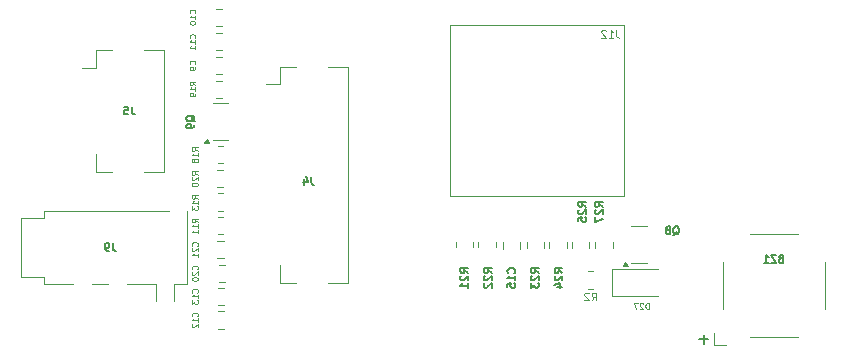
<source format=gbr>
%TF.GenerationSoftware,KiCad,Pcbnew,8.0.7-8.0.7-0~ubuntu22.04.1*%
%TF.CreationDate,2024-12-28T00:37:12+00:00*%
%TF.ProjectId,numcalcium,6e756d63-616c-4636-9975-6d2e6b696361,rev?*%
%TF.SameCoordinates,Original*%
%TF.FileFunction,Legend,Bot*%
%TF.FilePolarity,Positive*%
%FSLAX46Y46*%
G04 Gerber Fmt 4.6, Leading zero omitted, Abs format (unit mm)*
G04 Created by KiCad (PCBNEW 8.0.7-8.0.7-0~ubuntu22.04.1) date 2024-12-28 00:37:12*
%MOMM*%
%LPD*%
G01*
G04 APERTURE LIST*
%ADD10C,0.125000*%
%ADD11C,0.150000*%
%ADD12C,0.100000*%
%ADD13C,0.120000*%
G04 APERTURE END LIST*
D10*
X15992582Y28962429D02*
X16016392Y28986238D01*
X16016392Y28986238D02*
X16040201Y29057667D01*
X16040201Y29057667D02*
X16040201Y29105286D01*
X16040201Y29105286D02*
X16016392Y29176714D01*
X16016392Y29176714D02*
X15968772Y29224333D01*
X15968772Y29224333D02*
X15921153Y29248143D01*
X15921153Y29248143D02*
X15825915Y29271952D01*
X15825915Y29271952D02*
X15754487Y29271952D01*
X15754487Y29271952D02*
X15659249Y29248143D01*
X15659249Y29248143D02*
X15611630Y29224333D01*
X15611630Y29224333D02*
X15564011Y29176714D01*
X15564011Y29176714D02*
X15540201Y29105286D01*
X15540201Y29105286D02*
X15540201Y29057667D01*
X15540201Y29057667D02*
X15564011Y28986238D01*
X15564011Y28986238D02*
X15587820Y28962429D01*
X16040201Y28486238D02*
X16040201Y28771952D01*
X16040201Y28629095D02*
X15540201Y28629095D01*
X15540201Y28629095D02*
X15611630Y28676714D01*
X15611630Y28676714D02*
X15659249Y28724333D01*
X15659249Y28724333D02*
X15683058Y28771952D01*
X16040201Y28010048D02*
X16040201Y28295762D01*
X16040201Y28152905D02*
X15540201Y28152905D01*
X15540201Y28152905D02*
X15611630Y28200524D01*
X15611630Y28200524D02*
X15659249Y28248143D01*
X15659249Y28248143D02*
X15683058Y28295762D01*
X16240201Y15362429D02*
X16002106Y15529095D01*
X16240201Y15648143D02*
X15740201Y15648143D01*
X15740201Y15648143D02*
X15740201Y15457667D01*
X15740201Y15457667D02*
X15764011Y15410048D01*
X15764011Y15410048D02*
X15787820Y15386238D01*
X15787820Y15386238D02*
X15835439Y15362429D01*
X15835439Y15362429D02*
X15906868Y15362429D01*
X15906868Y15362429D02*
X15954487Y15386238D01*
X15954487Y15386238D02*
X15978296Y15410048D01*
X15978296Y15410048D02*
X16002106Y15457667D01*
X16002106Y15457667D02*
X16002106Y15648143D01*
X16240201Y14886238D02*
X16240201Y15171952D01*
X16240201Y15029095D02*
X15740201Y15029095D01*
X15740201Y15029095D02*
X15811630Y15076714D01*
X15811630Y15076714D02*
X15859249Y15124333D01*
X15859249Y15124333D02*
X15883058Y15171952D01*
X15740201Y14719572D02*
X15740201Y14410048D01*
X15740201Y14410048D02*
X15930677Y14576715D01*
X15930677Y14576715D02*
X15930677Y14505286D01*
X15930677Y14505286D02*
X15954487Y14457667D01*
X15954487Y14457667D02*
X15978296Y14433858D01*
X15978296Y14433858D02*
X16025915Y14410048D01*
X16025915Y14410048D02*
X16144963Y14410048D01*
X16144963Y14410048D02*
X16192582Y14433858D01*
X16192582Y14433858D02*
X16216392Y14457667D01*
X16216392Y14457667D02*
X16240201Y14505286D01*
X16240201Y14505286D02*
X16240201Y14648143D01*
X16240201Y14648143D02*
X16216392Y14695762D01*
X16216392Y14695762D02*
X16192582Y14719572D01*
D11*
X39112920Y9065286D02*
X38798634Y9285286D01*
X39112920Y9442429D02*
X38452920Y9442429D01*
X38452920Y9442429D02*
X38452920Y9191000D01*
X38452920Y9191000D02*
X38484349Y9128143D01*
X38484349Y9128143D02*
X38515777Y9096714D01*
X38515777Y9096714D02*
X38578634Y9065286D01*
X38578634Y9065286D02*
X38672920Y9065286D01*
X38672920Y9065286D02*
X38735777Y9096714D01*
X38735777Y9096714D02*
X38767206Y9128143D01*
X38767206Y9128143D02*
X38798634Y9191000D01*
X38798634Y9191000D02*
X38798634Y9442429D01*
X38515777Y8813857D02*
X38484349Y8782429D01*
X38484349Y8782429D02*
X38452920Y8719572D01*
X38452920Y8719572D02*
X38452920Y8562429D01*
X38452920Y8562429D02*
X38484349Y8499572D01*
X38484349Y8499572D02*
X38515777Y8468143D01*
X38515777Y8468143D02*
X38578634Y8436714D01*
X38578634Y8436714D02*
X38641492Y8436714D01*
X38641492Y8436714D02*
X38735777Y8468143D01*
X38735777Y8468143D02*
X39112920Y8845286D01*
X39112920Y8845286D02*
X39112920Y8436714D01*
X39112920Y7808143D02*
X39112920Y8185286D01*
X39112920Y7996715D02*
X38452920Y7996715D01*
X38452920Y7996715D02*
X38547206Y8059572D01*
X38547206Y8059572D02*
X38610063Y8122429D01*
X38610063Y8122429D02*
X38641492Y8185286D01*
X56478249Y12280615D02*
X56541106Y12312043D01*
X56541106Y12312043D02*
X56603963Y12374901D01*
X56603963Y12374901D02*
X56698249Y12469186D01*
X56698249Y12469186D02*
X56761106Y12500615D01*
X56761106Y12500615D02*
X56823963Y12500615D01*
X56792534Y12343472D02*
X56855392Y12374901D01*
X56855392Y12374901D02*
X56918249Y12437758D01*
X56918249Y12437758D02*
X56949677Y12563472D01*
X56949677Y12563472D02*
X56949677Y12783472D01*
X56949677Y12783472D02*
X56918249Y12909186D01*
X56918249Y12909186D02*
X56855392Y12972043D01*
X56855392Y12972043D02*
X56792534Y13003472D01*
X56792534Y13003472D02*
X56666820Y13003472D01*
X56666820Y13003472D02*
X56603963Y12972043D01*
X56603963Y12972043D02*
X56541106Y12909186D01*
X56541106Y12909186D02*
X56509677Y12783472D01*
X56509677Y12783472D02*
X56509677Y12563472D01*
X56509677Y12563472D02*
X56541106Y12437758D01*
X56541106Y12437758D02*
X56603963Y12374901D01*
X56603963Y12374901D02*
X56666820Y12343472D01*
X56666820Y12343472D02*
X56792534Y12343472D01*
X56132534Y12720615D02*
X56195391Y12752043D01*
X56195391Y12752043D02*
X56226820Y12783472D01*
X56226820Y12783472D02*
X56258248Y12846329D01*
X56258248Y12846329D02*
X56258248Y12877758D01*
X56258248Y12877758D02*
X56226820Y12940615D01*
X56226820Y12940615D02*
X56195391Y12972043D01*
X56195391Y12972043D02*
X56132534Y13003472D01*
X56132534Y13003472D02*
X56006820Y13003472D01*
X56006820Y13003472D02*
X55943963Y12972043D01*
X55943963Y12972043D02*
X55912534Y12940615D01*
X55912534Y12940615D02*
X55881105Y12877758D01*
X55881105Y12877758D02*
X55881105Y12846329D01*
X55881105Y12846329D02*
X55912534Y12783472D01*
X55912534Y12783472D02*
X55943963Y12752043D01*
X55943963Y12752043D02*
X56006820Y12720615D01*
X56006820Y12720615D02*
X56132534Y12720615D01*
X56132534Y12720615D02*
X56195391Y12689186D01*
X56195391Y12689186D02*
X56226820Y12657758D01*
X56226820Y12657758D02*
X56258248Y12594901D01*
X56258248Y12594901D02*
X56258248Y12469186D01*
X56258248Y12469186D02*
X56226820Y12406329D01*
X56226820Y12406329D02*
X56195391Y12374901D01*
X56195391Y12374901D02*
X56132534Y12343472D01*
X56132534Y12343472D02*
X56006820Y12343472D01*
X56006820Y12343472D02*
X55943963Y12374901D01*
X55943963Y12374901D02*
X55912534Y12406329D01*
X55912534Y12406329D02*
X55881105Y12469186D01*
X55881105Y12469186D02*
X55881105Y12594901D01*
X55881105Y12594901D02*
X55912534Y12657758D01*
X55912534Y12657758D02*
X55943963Y12689186D01*
X55943963Y12689186D02*
X56006820Y12720615D01*
X10635391Y23153472D02*
X10635391Y22682043D01*
X10635391Y22682043D02*
X10666820Y22587758D01*
X10666820Y22587758D02*
X10729677Y22524901D01*
X10729677Y22524901D02*
X10823963Y22493472D01*
X10823963Y22493472D02*
X10886820Y22493472D01*
X10006820Y23153472D02*
X10321106Y23153472D01*
X10321106Y23153472D02*
X10352534Y22839186D01*
X10352534Y22839186D02*
X10321106Y22870615D01*
X10321106Y22870615D02*
X10258249Y22902043D01*
X10258249Y22902043D02*
X10101106Y22902043D01*
X10101106Y22902043D02*
X10038249Y22870615D01*
X10038249Y22870615D02*
X10006820Y22839186D01*
X10006820Y22839186D02*
X9975391Y22776329D01*
X9975391Y22776329D02*
X9975391Y22619186D01*
X9975391Y22619186D02*
X10006820Y22556329D01*
X10006820Y22556329D02*
X10038249Y22524901D01*
X10038249Y22524901D02*
X10101106Y22493472D01*
X10101106Y22493472D02*
X10258249Y22493472D01*
X10258249Y22493472D02*
X10321106Y22524901D01*
X10321106Y22524901D02*
X10352534Y22556329D01*
X41112920Y9065286D02*
X40798634Y9285286D01*
X41112920Y9442429D02*
X40452920Y9442429D01*
X40452920Y9442429D02*
X40452920Y9191000D01*
X40452920Y9191000D02*
X40484349Y9128143D01*
X40484349Y9128143D02*
X40515777Y9096714D01*
X40515777Y9096714D02*
X40578634Y9065286D01*
X40578634Y9065286D02*
X40672920Y9065286D01*
X40672920Y9065286D02*
X40735777Y9096714D01*
X40735777Y9096714D02*
X40767206Y9128143D01*
X40767206Y9128143D02*
X40798634Y9191000D01*
X40798634Y9191000D02*
X40798634Y9442429D01*
X40515777Y8813857D02*
X40484349Y8782429D01*
X40484349Y8782429D02*
X40452920Y8719572D01*
X40452920Y8719572D02*
X40452920Y8562429D01*
X40452920Y8562429D02*
X40484349Y8499572D01*
X40484349Y8499572D02*
X40515777Y8468143D01*
X40515777Y8468143D02*
X40578634Y8436714D01*
X40578634Y8436714D02*
X40641492Y8436714D01*
X40641492Y8436714D02*
X40735777Y8468143D01*
X40735777Y8468143D02*
X41112920Y8845286D01*
X41112920Y8845286D02*
X41112920Y8436714D01*
X40515777Y8185286D02*
X40484349Y8153858D01*
X40484349Y8153858D02*
X40452920Y8091001D01*
X40452920Y8091001D02*
X40452920Y7933858D01*
X40452920Y7933858D02*
X40484349Y7871001D01*
X40484349Y7871001D02*
X40515777Y7839572D01*
X40515777Y7839572D02*
X40578634Y7808143D01*
X40578634Y7808143D02*
X40641492Y7808143D01*
X40641492Y7808143D02*
X40735777Y7839572D01*
X40735777Y7839572D02*
X41112920Y8216715D01*
X41112920Y8216715D02*
X41112920Y7808143D01*
X25835391Y17203472D02*
X25835391Y16732043D01*
X25835391Y16732043D02*
X25866820Y16637758D01*
X25866820Y16637758D02*
X25929677Y16574901D01*
X25929677Y16574901D02*
X26023963Y16543472D01*
X26023963Y16543472D02*
X26086820Y16543472D01*
X25238249Y16983472D02*
X25238249Y16543472D01*
X25395391Y17234901D02*
X25552534Y16763472D01*
X25552534Y16763472D02*
X25143963Y16763472D01*
X45112920Y9065286D02*
X44798634Y9285286D01*
X45112920Y9442429D02*
X44452920Y9442429D01*
X44452920Y9442429D02*
X44452920Y9191000D01*
X44452920Y9191000D02*
X44484349Y9128143D01*
X44484349Y9128143D02*
X44515777Y9096714D01*
X44515777Y9096714D02*
X44578634Y9065286D01*
X44578634Y9065286D02*
X44672920Y9065286D01*
X44672920Y9065286D02*
X44735777Y9096714D01*
X44735777Y9096714D02*
X44767206Y9128143D01*
X44767206Y9128143D02*
X44798634Y9191000D01*
X44798634Y9191000D02*
X44798634Y9442429D01*
X44515777Y8813857D02*
X44484349Y8782429D01*
X44484349Y8782429D02*
X44452920Y8719572D01*
X44452920Y8719572D02*
X44452920Y8562429D01*
X44452920Y8562429D02*
X44484349Y8499572D01*
X44484349Y8499572D02*
X44515777Y8468143D01*
X44515777Y8468143D02*
X44578634Y8436714D01*
X44578634Y8436714D02*
X44641492Y8436714D01*
X44641492Y8436714D02*
X44735777Y8468143D01*
X44735777Y8468143D02*
X45112920Y8845286D01*
X45112920Y8845286D02*
X45112920Y8436714D01*
X44452920Y8216715D02*
X44452920Y7808143D01*
X44452920Y7808143D02*
X44704349Y8028143D01*
X44704349Y8028143D02*
X44704349Y7933858D01*
X44704349Y7933858D02*
X44735777Y7871001D01*
X44735777Y7871001D02*
X44767206Y7839572D01*
X44767206Y7839572D02*
X44830063Y7808143D01*
X44830063Y7808143D02*
X44987206Y7808143D01*
X44987206Y7808143D02*
X45050063Y7839572D01*
X45050063Y7839572D02*
X45081492Y7871001D01*
X45081492Y7871001D02*
X45112920Y7933858D01*
X45112920Y7933858D02*
X45112920Y8122429D01*
X45112920Y8122429D02*
X45081492Y8185286D01*
X45081492Y8185286D02*
X45050063Y8216715D01*
X50512920Y14665286D02*
X50198634Y14885286D01*
X50512920Y15042429D02*
X49852920Y15042429D01*
X49852920Y15042429D02*
X49852920Y14791000D01*
X49852920Y14791000D02*
X49884349Y14728143D01*
X49884349Y14728143D02*
X49915777Y14696714D01*
X49915777Y14696714D02*
X49978634Y14665286D01*
X49978634Y14665286D02*
X50072920Y14665286D01*
X50072920Y14665286D02*
X50135777Y14696714D01*
X50135777Y14696714D02*
X50167206Y14728143D01*
X50167206Y14728143D02*
X50198634Y14791000D01*
X50198634Y14791000D02*
X50198634Y15042429D01*
X49915777Y14413857D02*
X49884349Y14382429D01*
X49884349Y14382429D02*
X49852920Y14319572D01*
X49852920Y14319572D02*
X49852920Y14162429D01*
X49852920Y14162429D02*
X49884349Y14099572D01*
X49884349Y14099572D02*
X49915777Y14068143D01*
X49915777Y14068143D02*
X49978634Y14036714D01*
X49978634Y14036714D02*
X50041492Y14036714D01*
X50041492Y14036714D02*
X50135777Y14068143D01*
X50135777Y14068143D02*
X50512920Y14445286D01*
X50512920Y14445286D02*
X50512920Y14036714D01*
X49852920Y13816715D02*
X49852920Y13376715D01*
X49852920Y13376715D02*
X50512920Y13659572D01*
D10*
X16240201Y17373229D02*
X16002106Y17539895D01*
X16240201Y17658943D02*
X15740201Y17658943D01*
X15740201Y17658943D02*
X15740201Y17468467D01*
X15740201Y17468467D02*
X15764011Y17420848D01*
X15764011Y17420848D02*
X15787820Y17397038D01*
X15787820Y17397038D02*
X15835439Y17373229D01*
X15835439Y17373229D02*
X15906868Y17373229D01*
X15906868Y17373229D02*
X15954487Y17397038D01*
X15954487Y17397038D02*
X15978296Y17420848D01*
X15978296Y17420848D02*
X16002106Y17468467D01*
X16002106Y17468467D02*
X16002106Y17658943D01*
X15787820Y17182752D02*
X15764011Y17158943D01*
X15764011Y17158943D02*
X15740201Y17111324D01*
X15740201Y17111324D02*
X15740201Y16992276D01*
X15740201Y16992276D02*
X15764011Y16944657D01*
X15764011Y16944657D02*
X15787820Y16920848D01*
X15787820Y16920848D02*
X15835439Y16897038D01*
X15835439Y16897038D02*
X15883058Y16897038D01*
X15883058Y16897038D02*
X15954487Y16920848D01*
X15954487Y16920848D02*
X16240201Y17206562D01*
X16240201Y17206562D02*
X16240201Y16897038D01*
X15740201Y16587515D02*
X15740201Y16539896D01*
X15740201Y16539896D02*
X15764011Y16492277D01*
X15764011Y16492277D02*
X15787820Y16468467D01*
X15787820Y16468467D02*
X15835439Y16444658D01*
X15835439Y16444658D02*
X15930677Y16420848D01*
X15930677Y16420848D02*
X16049725Y16420848D01*
X16049725Y16420848D02*
X16144963Y16444658D01*
X16144963Y16444658D02*
X16192582Y16468467D01*
X16192582Y16468467D02*
X16216392Y16492277D01*
X16216392Y16492277D02*
X16240201Y16539896D01*
X16240201Y16539896D02*
X16240201Y16587515D01*
X16240201Y16587515D02*
X16216392Y16635134D01*
X16216392Y16635134D02*
X16192582Y16658943D01*
X16192582Y16658943D02*
X16144963Y16682753D01*
X16144963Y16682753D02*
X16049725Y16706562D01*
X16049725Y16706562D02*
X15930677Y16706562D01*
X15930677Y16706562D02*
X15835439Y16682753D01*
X15835439Y16682753D02*
X15787820Y16658943D01*
X15787820Y16658943D02*
X15764011Y16635134D01*
X15764011Y16635134D02*
X15740201Y16587515D01*
X16192582Y5405229D02*
X16216392Y5429038D01*
X16216392Y5429038D02*
X16240201Y5500467D01*
X16240201Y5500467D02*
X16240201Y5548086D01*
X16240201Y5548086D02*
X16216392Y5619514D01*
X16216392Y5619514D02*
X16168772Y5667133D01*
X16168772Y5667133D02*
X16121153Y5690943D01*
X16121153Y5690943D02*
X16025915Y5714752D01*
X16025915Y5714752D02*
X15954487Y5714752D01*
X15954487Y5714752D02*
X15859249Y5690943D01*
X15859249Y5690943D02*
X15811630Y5667133D01*
X15811630Y5667133D02*
X15764011Y5619514D01*
X15764011Y5619514D02*
X15740201Y5548086D01*
X15740201Y5548086D02*
X15740201Y5500467D01*
X15740201Y5500467D02*
X15764011Y5429038D01*
X15764011Y5429038D02*
X15787820Y5405229D01*
X16240201Y4929038D02*
X16240201Y5214752D01*
X16240201Y5071895D02*
X15740201Y5071895D01*
X15740201Y5071895D02*
X15811630Y5119514D01*
X15811630Y5119514D02*
X15859249Y5167133D01*
X15859249Y5167133D02*
X15883058Y5214752D01*
X15787820Y4738562D02*
X15764011Y4714753D01*
X15764011Y4714753D02*
X15740201Y4667134D01*
X15740201Y4667134D02*
X15740201Y4548086D01*
X15740201Y4548086D02*
X15764011Y4500467D01*
X15764011Y4500467D02*
X15787820Y4476658D01*
X15787820Y4476658D02*
X15835439Y4452848D01*
X15835439Y4452848D02*
X15883058Y4452848D01*
X15883058Y4452848D02*
X15954487Y4476658D01*
X15954487Y4476658D02*
X16240201Y4762372D01*
X16240201Y4762372D02*
X16240201Y4452848D01*
X16240201Y13362429D02*
X16002106Y13529095D01*
X16240201Y13648143D02*
X15740201Y13648143D01*
X15740201Y13648143D02*
X15740201Y13457667D01*
X15740201Y13457667D02*
X15764011Y13410048D01*
X15764011Y13410048D02*
X15787820Y13386238D01*
X15787820Y13386238D02*
X15835439Y13362429D01*
X15835439Y13362429D02*
X15906868Y13362429D01*
X15906868Y13362429D02*
X15954487Y13386238D01*
X15954487Y13386238D02*
X15978296Y13410048D01*
X15978296Y13410048D02*
X16002106Y13457667D01*
X16002106Y13457667D02*
X16002106Y13648143D01*
X16240201Y12886238D02*
X16240201Y13171952D01*
X16240201Y13029095D02*
X15740201Y13029095D01*
X15740201Y13029095D02*
X15811630Y13076714D01*
X15811630Y13076714D02*
X15859249Y13124333D01*
X15859249Y13124333D02*
X15883058Y13171952D01*
X16240201Y12410048D02*
X16240201Y12695762D01*
X16240201Y12552905D02*
X15740201Y12552905D01*
X15740201Y12552905D02*
X15811630Y12600524D01*
X15811630Y12600524D02*
X15859249Y12648143D01*
X15859249Y12648143D02*
X15883058Y12695762D01*
D12*
X51684676Y29634672D02*
X51684676Y29163243D01*
X51684676Y29163243D02*
X51716105Y29068958D01*
X51716105Y29068958D02*
X51778962Y29006101D01*
X51778962Y29006101D02*
X51873248Y28974672D01*
X51873248Y28974672D02*
X51936105Y28974672D01*
X51024676Y28974672D02*
X51401819Y28974672D01*
X51213248Y28974672D02*
X51213248Y29634672D01*
X51213248Y29634672D02*
X51276105Y29540386D01*
X51276105Y29540386D02*
X51338962Y29477529D01*
X51338962Y29477529D02*
X51401819Y29446101D01*
X50773248Y29571815D02*
X50741820Y29603243D01*
X50741820Y29603243D02*
X50678963Y29634672D01*
X50678963Y29634672D02*
X50521820Y29634672D01*
X50521820Y29634672D02*
X50458963Y29603243D01*
X50458963Y29603243D02*
X50427534Y29571815D01*
X50427534Y29571815D02*
X50396105Y29508958D01*
X50396105Y29508958D02*
X50396105Y29446101D01*
X50396105Y29446101D02*
X50427534Y29351815D01*
X50427534Y29351815D02*
X50804677Y28974672D01*
X50804677Y28974672D02*
X50396105Y28974672D01*
D11*
X47112920Y9065286D02*
X46798634Y9285286D01*
X47112920Y9442429D02*
X46452920Y9442429D01*
X46452920Y9442429D02*
X46452920Y9191000D01*
X46452920Y9191000D02*
X46484349Y9128143D01*
X46484349Y9128143D02*
X46515777Y9096714D01*
X46515777Y9096714D02*
X46578634Y9065286D01*
X46578634Y9065286D02*
X46672920Y9065286D01*
X46672920Y9065286D02*
X46735777Y9096714D01*
X46735777Y9096714D02*
X46767206Y9128143D01*
X46767206Y9128143D02*
X46798634Y9191000D01*
X46798634Y9191000D02*
X46798634Y9442429D01*
X46515777Y8813857D02*
X46484349Y8782429D01*
X46484349Y8782429D02*
X46452920Y8719572D01*
X46452920Y8719572D02*
X46452920Y8562429D01*
X46452920Y8562429D02*
X46484349Y8499572D01*
X46484349Y8499572D02*
X46515777Y8468143D01*
X46515777Y8468143D02*
X46578634Y8436714D01*
X46578634Y8436714D02*
X46641492Y8436714D01*
X46641492Y8436714D02*
X46735777Y8468143D01*
X46735777Y8468143D02*
X47112920Y8845286D01*
X47112920Y8845286D02*
X47112920Y8436714D01*
X46672920Y7871001D02*
X47112920Y7871001D01*
X46421492Y8028143D02*
X46892920Y8185286D01*
X46892920Y8185286D02*
X46892920Y7776715D01*
D10*
X16040201Y24962429D02*
X15802106Y25129095D01*
X16040201Y25248143D02*
X15540201Y25248143D01*
X15540201Y25248143D02*
X15540201Y25057667D01*
X15540201Y25057667D02*
X15564011Y25010048D01*
X15564011Y25010048D02*
X15587820Y24986238D01*
X15587820Y24986238D02*
X15635439Y24962429D01*
X15635439Y24962429D02*
X15706868Y24962429D01*
X15706868Y24962429D02*
X15754487Y24986238D01*
X15754487Y24986238D02*
X15778296Y25010048D01*
X15778296Y25010048D02*
X15802106Y25057667D01*
X15802106Y25057667D02*
X15802106Y25248143D01*
X16040201Y24486238D02*
X16040201Y24771952D01*
X16040201Y24629095D02*
X15540201Y24629095D01*
X15540201Y24629095D02*
X15611630Y24676714D01*
X15611630Y24676714D02*
X15659249Y24724333D01*
X15659249Y24724333D02*
X15683058Y24771952D01*
X16040201Y24248143D02*
X16040201Y24152905D01*
X16040201Y24152905D02*
X16016392Y24105286D01*
X16016392Y24105286D02*
X15992582Y24081477D01*
X15992582Y24081477D02*
X15921153Y24033858D01*
X15921153Y24033858D02*
X15825915Y24010048D01*
X15825915Y24010048D02*
X15635439Y24010048D01*
X15635439Y24010048D02*
X15587820Y24033858D01*
X15587820Y24033858D02*
X15564011Y24057667D01*
X15564011Y24057667D02*
X15540201Y24105286D01*
X15540201Y24105286D02*
X15540201Y24200524D01*
X15540201Y24200524D02*
X15564011Y24248143D01*
X15564011Y24248143D02*
X15587820Y24271953D01*
X15587820Y24271953D02*
X15635439Y24295762D01*
X15635439Y24295762D02*
X15754487Y24295762D01*
X15754487Y24295762D02*
X15802106Y24271953D01*
X15802106Y24271953D02*
X15825915Y24248143D01*
X15825915Y24248143D02*
X15849725Y24200524D01*
X15849725Y24200524D02*
X15849725Y24105286D01*
X15849725Y24105286D02*
X15825915Y24057667D01*
X15825915Y24057667D02*
X15802106Y24033858D01*
X15802106Y24033858D02*
X15754487Y24010048D01*
X15992582Y26724334D02*
X16016392Y26748143D01*
X16016392Y26748143D02*
X16040201Y26819572D01*
X16040201Y26819572D02*
X16040201Y26867191D01*
X16040201Y26867191D02*
X16016392Y26938619D01*
X16016392Y26938619D02*
X15968772Y26986238D01*
X15968772Y26986238D02*
X15921153Y27010048D01*
X15921153Y27010048D02*
X15825915Y27033857D01*
X15825915Y27033857D02*
X15754487Y27033857D01*
X15754487Y27033857D02*
X15659249Y27010048D01*
X15659249Y27010048D02*
X15611630Y26986238D01*
X15611630Y26986238D02*
X15564011Y26938619D01*
X15564011Y26938619D02*
X15540201Y26867191D01*
X15540201Y26867191D02*
X15540201Y26819572D01*
X15540201Y26819572D02*
X15564011Y26748143D01*
X15564011Y26748143D02*
X15587820Y26724334D01*
X16040201Y26486238D02*
X16040201Y26391000D01*
X16040201Y26391000D02*
X16016392Y26343381D01*
X16016392Y26343381D02*
X15992582Y26319572D01*
X15992582Y26319572D02*
X15921153Y26271953D01*
X15921153Y26271953D02*
X15825915Y26248143D01*
X15825915Y26248143D02*
X15635439Y26248143D01*
X15635439Y26248143D02*
X15587820Y26271953D01*
X15587820Y26271953D02*
X15564011Y26295762D01*
X15564011Y26295762D02*
X15540201Y26343381D01*
X15540201Y26343381D02*
X15540201Y26438619D01*
X15540201Y26438619D02*
X15564011Y26486238D01*
X15564011Y26486238D02*
X15587820Y26510048D01*
X15587820Y26510048D02*
X15635439Y26533857D01*
X15635439Y26533857D02*
X15754487Y26533857D01*
X15754487Y26533857D02*
X15802106Y26510048D01*
X15802106Y26510048D02*
X15825915Y26486238D01*
X15825915Y26486238D02*
X15849725Y26438619D01*
X15849725Y26438619D02*
X15849725Y26343381D01*
X15849725Y26343381D02*
X15825915Y26295762D01*
X15825915Y26295762D02*
X15802106Y26271953D01*
X15802106Y26271953D02*
X15754487Y26248143D01*
D11*
X65596820Y10289186D02*
X65502534Y10257758D01*
X65502534Y10257758D02*
X65471105Y10226329D01*
X65471105Y10226329D02*
X65439677Y10163472D01*
X65439677Y10163472D02*
X65439677Y10069186D01*
X65439677Y10069186D02*
X65471105Y10006329D01*
X65471105Y10006329D02*
X65502534Y9974901D01*
X65502534Y9974901D02*
X65565391Y9943472D01*
X65565391Y9943472D02*
X65816820Y9943472D01*
X65816820Y9943472D02*
X65816820Y10603472D01*
X65816820Y10603472D02*
X65596820Y10603472D01*
X65596820Y10603472D02*
X65533963Y10572043D01*
X65533963Y10572043D02*
X65502534Y10540615D01*
X65502534Y10540615D02*
X65471105Y10477758D01*
X65471105Y10477758D02*
X65471105Y10414901D01*
X65471105Y10414901D02*
X65502534Y10352043D01*
X65502534Y10352043D02*
X65533963Y10320615D01*
X65533963Y10320615D02*
X65596820Y10289186D01*
X65596820Y10289186D02*
X65816820Y10289186D01*
X65219677Y10603472D02*
X64779677Y10603472D01*
X64779677Y10603472D02*
X65219677Y9943472D01*
X65219677Y9943472D02*
X64779677Y9943472D01*
X64182534Y9943472D02*
X64559677Y9943472D01*
X64371106Y9943472D02*
X64371106Y10603472D01*
X64371106Y10603472D02*
X64433963Y10509186D01*
X64433963Y10509186D02*
X64496820Y10446329D01*
X64496820Y10446329D02*
X64559677Y10414901D01*
X59068458Y3821952D02*
X59068458Y3060048D01*
X59449411Y3441000D02*
X58687506Y3441000D01*
X43050063Y9065286D02*
X43081492Y9096714D01*
X43081492Y9096714D02*
X43112920Y9191000D01*
X43112920Y9191000D02*
X43112920Y9253857D01*
X43112920Y9253857D02*
X43081492Y9348143D01*
X43081492Y9348143D02*
X43018634Y9411000D01*
X43018634Y9411000D02*
X42955777Y9442429D01*
X42955777Y9442429D02*
X42830063Y9473857D01*
X42830063Y9473857D02*
X42735777Y9473857D01*
X42735777Y9473857D02*
X42610063Y9442429D01*
X42610063Y9442429D02*
X42547206Y9411000D01*
X42547206Y9411000D02*
X42484349Y9348143D01*
X42484349Y9348143D02*
X42452920Y9253857D01*
X42452920Y9253857D02*
X42452920Y9191000D01*
X42452920Y9191000D02*
X42484349Y9096714D01*
X42484349Y9096714D02*
X42515777Y9065286D01*
X43112920Y8436714D02*
X43112920Y8813857D01*
X43112920Y8625286D02*
X42452920Y8625286D01*
X42452920Y8625286D02*
X42547206Y8688143D01*
X42547206Y8688143D02*
X42610063Y8751000D01*
X42610063Y8751000D02*
X42641492Y8813857D01*
X42452920Y7839572D02*
X42452920Y8153858D01*
X42452920Y8153858D02*
X42767206Y8185286D01*
X42767206Y8185286D02*
X42735777Y8153858D01*
X42735777Y8153858D02*
X42704349Y8091001D01*
X42704349Y8091001D02*
X42704349Y7933858D01*
X42704349Y7933858D02*
X42735777Y7871001D01*
X42735777Y7871001D02*
X42767206Y7839572D01*
X42767206Y7839572D02*
X42830063Y7808143D01*
X42830063Y7808143D02*
X42987206Y7808143D01*
X42987206Y7808143D02*
X43050063Y7839572D01*
X43050063Y7839572D02*
X43081492Y7871001D01*
X43081492Y7871001D02*
X43112920Y7933858D01*
X43112920Y7933858D02*
X43112920Y8091001D01*
X43112920Y8091001D02*
X43081492Y8153858D01*
X43081492Y8153858D02*
X43050063Y8185286D01*
D10*
X16192582Y11362429D02*
X16216392Y11386238D01*
X16216392Y11386238D02*
X16240201Y11457667D01*
X16240201Y11457667D02*
X16240201Y11505286D01*
X16240201Y11505286D02*
X16216392Y11576714D01*
X16216392Y11576714D02*
X16168772Y11624333D01*
X16168772Y11624333D02*
X16121153Y11648143D01*
X16121153Y11648143D02*
X16025915Y11671952D01*
X16025915Y11671952D02*
X15954487Y11671952D01*
X15954487Y11671952D02*
X15859249Y11648143D01*
X15859249Y11648143D02*
X15811630Y11624333D01*
X15811630Y11624333D02*
X15764011Y11576714D01*
X15764011Y11576714D02*
X15740201Y11505286D01*
X15740201Y11505286D02*
X15740201Y11457667D01*
X15740201Y11457667D02*
X15764011Y11386238D01*
X15764011Y11386238D02*
X15787820Y11362429D01*
X15787820Y11171952D02*
X15764011Y11148143D01*
X15764011Y11148143D02*
X15740201Y11100524D01*
X15740201Y11100524D02*
X15740201Y10981476D01*
X15740201Y10981476D02*
X15764011Y10933857D01*
X15764011Y10933857D02*
X15787820Y10910048D01*
X15787820Y10910048D02*
X15835439Y10886238D01*
X15835439Y10886238D02*
X15883058Y10886238D01*
X15883058Y10886238D02*
X15954487Y10910048D01*
X15954487Y10910048D02*
X16240201Y11195762D01*
X16240201Y11195762D02*
X16240201Y10886238D01*
X16240201Y10410048D02*
X16240201Y10695762D01*
X16240201Y10552905D02*
X15740201Y10552905D01*
X15740201Y10552905D02*
X15811630Y10600524D01*
X15811630Y10600524D02*
X15859249Y10648143D01*
X15859249Y10648143D02*
X15883058Y10695762D01*
X16192582Y9362429D02*
X16216392Y9386238D01*
X16216392Y9386238D02*
X16240201Y9457667D01*
X16240201Y9457667D02*
X16240201Y9505286D01*
X16240201Y9505286D02*
X16216392Y9576714D01*
X16216392Y9576714D02*
X16168772Y9624333D01*
X16168772Y9624333D02*
X16121153Y9648143D01*
X16121153Y9648143D02*
X16025915Y9671952D01*
X16025915Y9671952D02*
X15954487Y9671952D01*
X15954487Y9671952D02*
X15859249Y9648143D01*
X15859249Y9648143D02*
X15811630Y9624333D01*
X15811630Y9624333D02*
X15764011Y9576714D01*
X15764011Y9576714D02*
X15740201Y9505286D01*
X15740201Y9505286D02*
X15740201Y9457667D01*
X15740201Y9457667D02*
X15764011Y9386238D01*
X15764011Y9386238D02*
X15787820Y9362429D01*
X15787820Y9171952D02*
X15764011Y9148143D01*
X15764011Y9148143D02*
X15740201Y9100524D01*
X15740201Y9100524D02*
X15740201Y8981476D01*
X15740201Y8981476D02*
X15764011Y8933857D01*
X15764011Y8933857D02*
X15787820Y8910048D01*
X15787820Y8910048D02*
X15835439Y8886238D01*
X15835439Y8886238D02*
X15883058Y8886238D01*
X15883058Y8886238D02*
X15954487Y8910048D01*
X15954487Y8910048D02*
X16240201Y9195762D01*
X16240201Y9195762D02*
X16240201Y8886238D01*
X15740201Y8576715D02*
X15740201Y8529096D01*
X15740201Y8529096D02*
X15764011Y8481477D01*
X15764011Y8481477D02*
X15787820Y8457667D01*
X15787820Y8457667D02*
X15835439Y8433858D01*
X15835439Y8433858D02*
X15930677Y8410048D01*
X15930677Y8410048D02*
X16049725Y8410048D01*
X16049725Y8410048D02*
X16144963Y8433858D01*
X16144963Y8433858D02*
X16192582Y8457667D01*
X16192582Y8457667D02*
X16216392Y8481477D01*
X16216392Y8481477D02*
X16240201Y8529096D01*
X16240201Y8529096D02*
X16240201Y8576715D01*
X16240201Y8576715D02*
X16216392Y8624334D01*
X16216392Y8624334D02*
X16192582Y8648143D01*
X16192582Y8648143D02*
X16144963Y8671953D01*
X16144963Y8671953D02*
X16049725Y8695762D01*
X16049725Y8695762D02*
X15930677Y8695762D01*
X15930677Y8695762D02*
X15835439Y8671953D01*
X15835439Y8671953D02*
X15787820Y8648143D01*
X15787820Y8648143D02*
X15764011Y8624334D01*
X15764011Y8624334D02*
X15740201Y8576715D01*
D11*
X49112920Y14665286D02*
X48798634Y14885286D01*
X49112920Y15042429D02*
X48452920Y15042429D01*
X48452920Y15042429D02*
X48452920Y14791000D01*
X48452920Y14791000D02*
X48484349Y14728143D01*
X48484349Y14728143D02*
X48515777Y14696714D01*
X48515777Y14696714D02*
X48578634Y14665286D01*
X48578634Y14665286D02*
X48672920Y14665286D01*
X48672920Y14665286D02*
X48735777Y14696714D01*
X48735777Y14696714D02*
X48767206Y14728143D01*
X48767206Y14728143D02*
X48798634Y14791000D01*
X48798634Y14791000D02*
X48798634Y15042429D01*
X48515777Y14413857D02*
X48484349Y14382429D01*
X48484349Y14382429D02*
X48452920Y14319572D01*
X48452920Y14319572D02*
X48452920Y14162429D01*
X48452920Y14162429D02*
X48484349Y14099572D01*
X48484349Y14099572D02*
X48515777Y14068143D01*
X48515777Y14068143D02*
X48578634Y14036714D01*
X48578634Y14036714D02*
X48641492Y14036714D01*
X48641492Y14036714D02*
X48735777Y14068143D01*
X48735777Y14068143D02*
X49112920Y14445286D01*
X49112920Y14445286D02*
X49112920Y14036714D01*
X48452920Y13439572D02*
X48452920Y13753858D01*
X48452920Y13753858D02*
X48767206Y13785286D01*
X48767206Y13785286D02*
X48735777Y13753858D01*
X48735777Y13753858D02*
X48704349Y13691001D01*
X48704349Y13691001D02*
X48704349Y13533858D01*
X48704349Y13533858D02*
X48735777Y13471001D01*
X48735777Y13471001D02*
X48767206Y13439572D01*
X48767206Y13439572D02*
X48830063Y13408143D01*
X48830063Y13408143D02*
X48987206Y13408143D01*
X48987206Y13408143D02*
X49050063Y13439572D01*
X49050063Y13439572D02*
X49081492Y13471001D01*
X49081492Y13471001D02*
X49112920Y13533858D01*
X49112920Y13533858D02*
X49112920Y13691001D01*
X49112920Y13691001D02*
X49081492Y13753858D01*
X49081492Y13753858D02*
X49050063Y13785286D01*
D10*
X16240201Y19405229D02*
X16002106Y19571895D01*
X16240201Y19690943D02*
X15740201Y19690943D01*
X15740201Y19690943D02*
X15740201Y19500467D01*
X15740201Y19500467D02*
X15764011Y19452848D01*
X15764011Y19452848D02*
X15787820Y19429038D01*
X15787820Y19429038D02*
X15835439Y19405229D01*
X15835439Y19405229D02*
X15906868Y19405229D01*
X15906868Y19405229D02*
X15954487Y19429038D01*
X15954487Y19429038D02*
X15978296Y19452848D01*
X15978296Y19452848D02*
X16002106Y19500467D01*
X16002106Y19500467D02*
X16002106Y19690943D01*
X16240201Y18929038D02*
X16240201Y19214752D01*
X16240201Y19071895D02*
X15740201Y19071895D01*
X15740201Y19071895D02*
X15811630Y19119514D01*
X15811630Y19119514D02*
X15859249Y19167133D01*
X15859249Y19167133D02*
X15883058Y19214752D01*
X15954487Y18643324D02*
X15930677Y18690943D01*
X15930677Y18690943D02*
X15906868Y18714753D01*
X15906868Y18714753D02*
X15859249Y18738562D01*
X15859249Y18738562D02*
X15835439Y18738562D01*
X15835439Y18738562D02*
X15787820Y18714753D01*
X15787820Y18714753D02*
X15764011Y18690943D01*
X15764011Y18690943D02*
X15740201Y18643324D01*
X15740201Y18643324D02*
X15740201Y18548086D01*
X15740201Y18548086D02*
X15764011Y18500467D01*
X15764011Y18500467D02*
X15787820Y18476658D01*
X15787820Y18476658D02*
X15835439Y18452848D01*
X15835439Y18452848D02*
X15859249Y18452848D01*
X15859249Y18452848D02*
X15906868Y18476658D01*
X15906868Y18476658D02*
X15930677Y18500467D01*
X15930677Y18500467D02*
X15954487Y18548086D01*
X15954487Y18548086D02*
X15954487Y18643324D01*
X15954487Y18643324D02*
X15978296Y18690943D01*
X15978296Y18690943D02*
X16002106Y18714753D01*
X16002106Y18714753D02*
X16049725Y18738562D01*
X16049725Y18738562D02*
X16144963Y18738562D01*
X16144963Y18738562D02*
X16192582Y18714753D01*
X16192582Y18714753D02*
X16216392Y18690943D01*
X16216392Y18690943D02*
X16240201Y18643324D01*
X16240201Y18643324D02*
X16240201Y18548086D01*
X16240201Y18548086D02*
X16216392Y18500467D01*
X16216392Y18500467D02*
X16192582Y18476658D01*
X16192582Y18476658D02*
X16144963Y18452848D01*
X16144963Y18452848D02*
X16049725Y18452848D01*
X16049725Y18452848D02*
X16002106Y18476658D01*
X16002106Y18476658D02*
X15978296Y18500467D01*
X15978296Y18500467D02*
X15954487Y18548086D01*
X16192582Y7405229D02*
X16216392Y7429038D01*
X16216392Y7429038D02*
X16240201Y7500467D01*
X16240201Y7500467D02*
X16240201Y7548086D01*
X16240201Y7548086D02*
X16216392Y7619514D01*
X16216392Y7619514D02*
X16168772Y7667133D01*
X16168772Y7667133D02*
X16121153Y7690943D01*
X16121153Y7690943D02*
X16025915Y7714752D01*
X16025915Y7714752D02*
X15954487Y7714752D01*
X15954487Y7714752D02*
X15859249Y7690943D01*
X15859249Y7690943D02*
X15811630Y7667133D01*
X15811630Y7667133D02*
X15764011Y7619514D01*
X15764011Y7619514D02*
X15740201Y7548086D01*
X15740201Y7548086D02*
X15740201Y7500467D01*
X15740201Y7500467D02*
X15764011Y7429038D01*
X15764011Y7429038D02*
X15787820Y7405229D01*
X16240201Y6929038D02*
X16240201Y7214752D01*
X16240201Y7071895D02*
X15740201Y7071895D01*
X15740201Y7071895D02*
X15811630Y7119514D01*
X15811630Y7119514D02*
X15859249Y7167133D01*
X15859249Y7167133D02*
X15883058Y7214752D01*
X15740201Y6762372D02*
X15740201Y6452848D01*
X15740201Y6452848D02*
X15930677Y6619515D01*
X15930677Y6619515D02*
X15930677Y6548086D01*
X15930677Y6548086D02*
X15954487Y6500467D01*
X15954487Y6500467D02*
X15978296Y6476658D01*
X15978296Y6476658D02*
X16025915Y6452848D01*
X16025915Y6452848D02*
X16144963Y6452848D01*
X16144963Y6452848D02*
X16192582Y6476658D01*
X16192582Y6476658D02*
X16216392Y6500467D01*
X16216392Y6500467D02*
X16240201Y6548086D01*
X16240201Y6548086D02*
X16240201Y6690943D01*
X16240201Y6690943D02*
X16216392Y6738562D01*
X16216392Y6738562D02*
X16192582Y6762372D01*
X15992582Y31045229D02*
X16016392Y31069038D01*
X16016392Y31069038D02*
X16040201Y31140467D01*
X16040201Y31140467D02*
X16040201Y31188086D01*
X16040201Y31188086D02*
X16016392Y31259514D01*
X16016392Y31259514D02*
X15968772Y31307133D01*
X15968772Y31307133D02*
X15921153Y31330943D01*
X15921153Y31330943D02*
X15825915Y31354752D01*
X15825915Y31354752D02*
X15754487Y31354752D01*
X15754487Y31354752D02*
X15659249Y31330943D01*
X15659249Y31330943D02*
X15611630Y31307133D01*
X15611630Y31307133D02*
X15564011Y31259514D01*
X15564011Y31259514D02*
X15540201Y31188086D01*
X15540201Y31188086D02*
X15540201Y31140467D01*
X15540201Y31140467D02*
X15564011Y31069038D01*
X15564011Y31069038D02*
X15587820Y31045229D01*
X16040201Y30569038D02*
X16040201Y30854752D01*
X16040201Y30711895D02*
X15540201Y30711895D01*
X15540201Y30711895D02*
X15611630Y30759514D01*
X15611630Y30759514D02*
X15659249Y30807133D01*
X15659249Y30807133D02*
X15683058Y30854752D01*
X15540201Y30259515D02*
X15540201Y30211896D01*
X15540201Y30211896D02*
X15564011Y30164277D01*
X15564011Y30164277D02*
X15587820Y30140467D01*
X15587820Y30140467D02*
X15635439Y30116658D01*
X15635439Y30116658D02*
X15730677Y30092848D01*
X15730677Y30092848D02*
X15849725Y30092848D01*
X15849725Y30092848D02*
X15944963Y30116658D01*
X15944963Y30116658D02*
X15992582Y30140467D01*
X15992582Y30140467D02*
X16016392Y30164277D01*
X16016392Y30164277D02*
X16040201Y30211896D01*
X16040201Y30211896D02*
X16040201Y30259515D01*
X16040201Y30259515D02*
X16016392Y30307134D01*
X16016392Y30307134D02*
X15992582Y30330943D01*
X15992582Y30330943D02*
X15944963Y30354753D01*
X15944963Y30354753D02*
X15849725Y30378562D01*
X15849725Y30378562D02*
X15730677Y30378562D01*
X15730677Y30378562D02*
X15635439Y30354753D01*
X15635439Y30354753D02*
X15587820Y30330943D01*
X15587820Y30330943D02*
X15564011Y30307134D01*
X15564011Y30307134D02*
X15540201Y30259515D01*
D11*
X15975777Y21903858D02*
X15944349Y21966715D01*
X15944349Y21966715D02*
X15881492Y22029572D01*
X15881492Y22029572D02*
X15787206Y22123858D01*
X15787206Y22123858D02*
X15755777Y22186715D01*
X15755777Y22186715D02*
X15755777Y22249572D01*
X15912920Y22218143D02*
X15881492Y22281001D01*
X15881492Y22281001D02*
X15818634Y22343858D01*
X15818634Y22343858D02*
X15692920Y22375286D01*
X15692920Y22375286D02*
X15472920Y22375286D01*
X15472920Y22375286D02*
X15347206Y22343858D01*
X15347206Y22343858D02*
X15284349Y22281001D01*
X15284349Y22281001D02*
X15252920Y22218143D01*
X15252920Y22218143D02*
X15252920Y22092429D01*
X15252920Y22092429D02*
X15284349Y22029572D01*
X15284349Y22029572D02*
X15347206Y21966715D01*
X15347206Y21966715D02*
X15472920Y21935286D01*
X15472920Y21935286D02*
X15692920Y21935286D01*
X15692920Y21935286D02*
X15818634Y21966715D01*
X15818634Y21966715D02*
X15881492Y22029572D01*
X15881492Y22029572D02*
X15912920Y22092429D01*
X15912920Y22092429D02*
X15912920Y22218143D01*
X15912920Y21621000D02*
X15912920Y21495286D01*
X15912920Y21495286D02*
X15881492Y21432429D01*
X15881492Y21432429D02*
X15850063Y21401000D01*
X15850063Y21401000D02*
X15755777Y21338143D01*
X15755777Y21338143D02*
X15630063Y21306714D01*
X15630063Y21306714D02*
X15378634Y21306714D01*
X15378634Y21306714D02*
X15315777Y21338143D01*
X15315777Y21338143D02*
X15284349Y21369572D01*
X15284349Y21369572D02*
X15252920Y21432429D01*
X15252920Y21432429D02*
X15252920Y21558143D01*
X15252920Y21558143D02*
X15284349Y21621000D01*
X15284349Y21621000D02*
X15315777Y21652429D01*
X15315777Y21652429D02*
X15378634Y21683857D01*
X15378634Y21683857D02*
X15535777Y21683857D01*
X15535777Y21683857D02*
X15598634Y21652429D01*
X15598634Y21652429D02*
X15630063Y21621000D01*
X15630063Y21621000D02*
X15661492Y21558143D01*
X15661492Y21558143D02*
X15661492Y21432429D01*
X15661492Y21432429D02*
X15630063Y21369572D01*
X15630063Y21369572D02*
X15598634Y21338143D01*
X15598634Y21338143D02*
X15535777Y21306714D01*
D10*
X54422534Y6016191D02*
X54422534Y6516191D01*
X54422534Y6516191D02*
X54303486Y6516191D01*
X54303486Y6516191D02*
X54232058Y6492381D01*
X54232058Y6492381D02*
X54184439Y6444762D01*
X54184439Y6444762D02*
X54160629Y6397143D01*
X54160629Y6397143D02*
X54136820Y6301905D01*
X54136820Y6301905D02*
X54136820Y6230477D01*
X54136820Y6230477D02*
X54160629Y6135239D01*
X54160629Y6135239D02*
X54184439Y6087620D01*
X54184439Y6087620D02*
X54232058Y6040001D01*
X54232058Y6040001D02*
X54303486Y6016191D01*
X54303486Y6016191D02*
X54422534Y6016191D01*
X53946343Y6468572D02*
X53922534Y6492381D01*
X53922534Y6492381D02*
X53874915Y6516191D01*
X53874915Y6516191D02*
X53755867Y6516191D01*
X53755867Y6516191D02*
X53708248Y6492381D01*
X53708248Y6492381D02*
X53684439Y6468572D01*
X53684439Y6468572D02*
X53660629Y6420953D01*
X53660629Y6420953D02*
X53660629Y6373334D01*
X53660629Y6373334D02*
X53684439Y6301905D01*
X53684439Y6301905D02*
X53970153Y6016191D01*
X53970153Y6016191D02*
X53660629Y6016191D01*
X53493963Y6516191D02*
X53160630Y6516191D01*
X53160630Y6516191D02*
X53374915Y6016191D01*
X49576191Y6742172D02*
X49796191Y7056458D01*
X49953334Y6742172D02*
X49953334Y7402172D01*
X49953334Y7402172D02*
X49701905Y7402172D01*
X49701905Y7402172D02*
X49639048Y7370743D01*
X49639048Y7370743D02*
X49607619Y7339315D01*
X49607619Y7339315D02*
X49576191Y7276458D01*
X49576191Y7276458D02*
X49576191Y7182172D01*
X49576191Y7182172D02*
X49607619Y7119315D01*
X49607619Y7119315D02*
X49639048Y7087886D01*
X49639048Y7087886D02*
X49701905Y7056458D01*
X49701905Y7056458D02*
X49953334Y7056458D01*
X49324762Y7339315D02*
X49293334Y7370743D01*
X49293334Y7370743D02*
X49230477Y7402172D01*
X49230477Y7402172D02*
X49073334Y7402172D01*
X49073334Y7402172D02*
X49010477Y7370743D01*
X49010477Y7370743D02*
X48979048Y7339315D01*
X48979048Y7339315D02*
X48947619Y7276458D01*
X48947619Y7276458D02*
X48947619Y7213601D01*
X48947619Y7213601D02*
X48979048Y7119315D01*
X48979048Y7119315D02*
X49356191Y6742172D01*
X49356191Y6742172D02*
X48947619Y6742172D01*
D11*
X9035391Y11603472D02*
X9035391Y11132043D01*
X9035391Y11132043D02*
X9066820Y11037758D01*
X9066820Y11037758D02*
X9129677Y10974901D01*
X9129677Y10974901D02*
X9223963Y10943472D01*
X9223963Y10943472D02*
X9286820Y10943472D01*
X8689677Y10943472D02*
X8563963Y10943472D01*
X8563963Y10943472D02*
X8501106Y10974901D01*
X8501106Y10974901D02*
X8469677Y11006329D01*
X8469677Y11006329D02*
X8406820Y11100615D01*
X8406820Y11100615D02*
X8375391Y11226329D01*
X8375391Y11226329D02*
X8375391Y11477758D01*
X8375391Y11477758D02*
X8406820Y11540615D01*
X8406820Y11540615D02*
X8438249Y11572043D01*
X8438249Y11572043D02*
X8501106Y11603472D01*
X8501106Y11603472D02*
X8626820Y11603472D01*
X8626820Y11603472D02*
X8689677Y11572043D01*
X8689677Y11572043D02*
X8721106Y11540615D01*
X8721106Y11540615D02*
X8752534Y11477758D01*
X8752534Y11477758D02*
X8752534Y11320615D01*
X8752534Y11320615D02*
X8721106Y11257758D01*
X8721106Y11257758D02*
X8689677Y11226329D01*
X8689677Y11226329D02*
X8626820Y11194901D01*
X8626820Y11194901D02*
X8501106Y11194901D01*
X8501106Y11194901D02*
X8438249Y11226329D01*
X8438249Y11226329D02*
X8406820Y11257758D01*
X8406820Y11257758D02*
X8375391Y11320615D01*
D13*
%TO.C,C11*%
X17804140Y29376001D02*
X18326644Y29376001D01*
X17804140Y27906001D02*
X18326644Y27906001D01*
%TO.C,R13*%
X17918728Y15818801D02*
X18372856Y15818801D01*
X17918728Y14348801D02*
X18372856Y14348801D01*
%TO.C,R21*%
X38096392Y11721865D02*
X38096392Y11267737D01*
X39566392Y11721865D02*
X39566392Y11267737D01*
%TO.C,Q8*%
X52948492Y13043001D02*
X53598492Y13043001D01*
X52948492Y9923001D02*
X53598492Y9923001D01*
X54248492Y13043001D02*
X53598492Y13043001D01*
X54248492Y9923001D02*
X53598492Y9923001D01*
X52675992Y9643001D02*
X52195992Y9643001D01*
X52435992Y9973001D01*
X52675992Y9643001D01*
G36*
X52675992Y9643001D02*
G01*
X52195992Y9643001D01*
X52435992Y9973001D01*
X52675992Y9643001D01*
G37*
%TO.C,J5*%
X6415392Y26451001D02*
X7615392Y26451001D01*
X7615392Y27941001D02*
X7615392Y26451001D01*
X7615392Y17641001D02*
X7615392Y19131001D01*
X8955392Y27941001D02*
X7615392Y27941001D01*
X8955392Y17641001D02*
X7615392Y17641001D01*
X11675392Y17641001D02*
X13415392Y17641001D01*
X13415392Y27941001D02*
X11675392Y27941001D01*
X13415392Y17641001D02*
X13415392Y27941001D01*
%TO.C,R22*%
X40001392Y11721865D02*
X40001392Y11267737D01*
X41471392Y11721865D02*
X41471392Y11267737D01*
%TO.C,J4*%
X21973392Y25021801D02*
X23173392Y25021801D01*
X23173392Y26511801D02*
X23173392Y25021801D01*
X23173392Y8211801D02*
X23173392Y9701801D01*
X24513392Y26511801D02*
X23173392Y26511801D01*
X24513392Y8211801D02*
X23173392Y8211801D01*
X27233392Y8211801D02*
X28973392Y8211801D01*
X28973392Y26511801D02*
X27233392Y26511801D01*
X28973392Y8211801D02*
X28973392Y26511801D01*
%TO.C,R23*%
X44080392Y11668065D02*
X44080392Y11213937D01*
X45550392Y11668065D02*
X45550392Y11213937D01*
%TO.C,R27*%
X49880392Y11668065D02*
X49880392Y11213937D01*
X51350392Y11668065D02*
X51350392Y11213937D01*
%TO.C,R20*%
X18356856Y17786801D02*
X17902728Y17786801D01*
X18356856Y16316801D02*
X17902728Y16316801D01*
%TO.C,C12*%
X18457044Y5818801D02*
X17934540Y5818801D01*
X18457044Y4348801D02*
X17934540Y4348801D01*
%TO.C,R11*%
X17918728Y13818801D02*
X18372856Y13818801D01*
X17918728Y12348801D02*
X18372856Y12348801D01*
%TO.C,J12*%
D12*
X37565392Y15591001D02*
X52315392Y15591001D01*
X52315392Y30091001D01*
X37565392Y30091001D01*
X37565392Y15591001D01*
D13*
%TO.C,R24*%
X45985392Y11672048D02*
X45985392Y11217920D01*
X47455392Y11672048D02*
X47455392Y11217920D01*
%TO.C,R19*%
X17817928Y25312001D02*
X18272056Y25312001D01*
X17817928Y23842001D02*
X18272056Y23842001D01*
%TO.C,C9*%
X18291044Y27344001D02*
X17768540Y27344001D01*
X18291044Y25874001D02*
X17768540Y25874001D01*
%TO.C,BZ1*%
X59965392Y2977401D02*
X59965392Y3977401D01*
X60665392Y10027401D02*
X60665392Y6027401D01*
X60965392Y2977401D02*
X59965392Y2977401D01*
X63015392Y3677401D02*
X67015392Y3677401D01*
X67015392Y12377401D02*
X63015392Y12377401D01*
X69365392Y6027401D02*
X69365392Y10027401D01*
%TO.C,C15*%
X42080392Y11129749D02*
X42080392Y11652253D01*
X43550392Y11129749D02*
X43550392Y11652253D01*
%TO.C,C21*%
X18426644Y11776001D02*
X17904140Y11776001D01*
X18426644Y10306001D02*
X17904140Y10306001D01*
%TO.C,C20*%
X18526644Y9776001D02*
X18004140Y9776001D01*
X18526644Y8306001D02*
X18004140Y8306001D01*
%TO.C,R25*%
X47890392Y11668065D02*
X47890392Y11213937D01*
X49360392Y11668065D02*
X49360392Y11213937D01*
%TO.C,R18*%
X17918728Y19818801D02*
X18372856Y19818801D01*
X17918728Y18348801D02*
X18372856Y18348801D01*
%TO.C,C13*%
X18457044Y7818801D02*
X17934540Y7818801D01*
X18457044Y6348801D02*
X17934540Y6348801D01*
%TO.C,C10*%
X17753340Y31408001D02*
X18275844Y31408001D01*
X17753340Y29938001D02*
X18275844Y29938001D01*
%TO.C,Q9*%
X17493892Y23444601D02*
X18143892Y23444601D01*
X17493892Y20324601D02*
X18143892Y20324601D01*
X18793892Y23444601D02*
X18143892Y23444601D01*
X18793892Y20324601D02*
X18143892Y20324601D01*
X17221392Y20044601D02*
X16741392Y20044601D01*
X16981392Y20374601D01*
X17221392Y20044601D01*
G36*
X17221392Y20044601D02*
G01*
X16741392Y20044601D01*
X16981392Y20374601D01*
X17221392Y20044601D01*
G37*
%TO.C,D27*%
X51330392Y9376001D02*
X51330392Y7106001D01*
X51330392Y7106001D02*
X55215392Y7106001D01*
X55215392Y9376001D02*
X51330392Y9376001D01*
%TO.C,R2*%
X49239128Y9207601D02*
X49693256Y9207601D01*
X49239128Y7737601D02*
X49693256Y7737601D01*
%TO.C,J9*%
X1256592Y13696001D02*
X1256592Y8696001D01*
X1256592Y13696001D02*
X3256592Y13696001D01*
X1256592Y8696001D02*
X3256592Y8696001D01*
X3256592Y14296001D02*
X3256592Y13696001D01*
X3256592Y14296001D02*
X13781592Y14296001D01*
X3256592Y8696001D02*
X3256592Y8096001D01*
X5631592Y8096001D02*
X3256592Y8096001D01*
X8631592Y8096001D02*
X7281592Y8096001D01*
X12681592Y8096001D02*
X10281592Y8096001D01*
X12681592Y6696001D02*
X12681592Y8096001D01*
X14231592Y6696001D02*
X14231592Y8096001D01*
X15356592Y8096001D02*
X14231592Y8096001D01*
X15356592Y8096001D02*
X15356592Y14296001D01*
%TD*%
M02*

</source>
